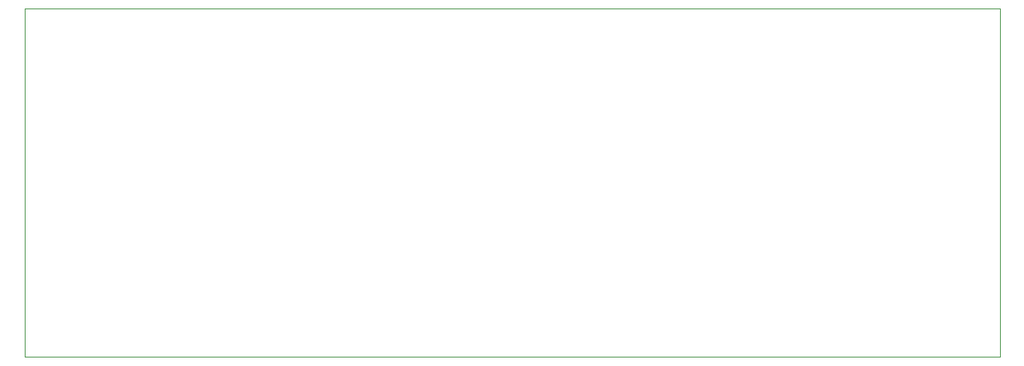
<source format=gbr>
%TF.GenerationSoftware,KiCad,Pcbnew,(5.1.9)-1*%
%TF.CreationDate,2021-04-12T23:16:35+02:00*%
%TF.ProjectId,v1_BMR480,76315f42-4d52-4343-9830-2e6b69636164,rev?*%
%TF.SameCoordinates,Original*%
%TF.FileFunction,Profile,NP*%
%FSLAX46Y46*%
G04 Gerber Fmt 4.6, Leading zero omitted, Abs format (unit mm)*
G04 Created by KiCad (PCBNEW (5.1.9)-1) date 2021-04-12 23:16:35*
%MOMM*%
%LPD*%
G01*
G04 APERTURE LIST*
%TA.AperFunction,Profile*%
%ADD10C,0.050000*%
%TD*%
G04 APERTURE END LIST*
D10*
X182880000Y-82550000D02*
X182880000Y-44450000D01*
X76200000Y-82550000D02*
X182880000Y-82550000D01*
X76200000Y-44450000D02*
X76200000Y-82550000D01*
X182880000Y-44450000D02*
X76200000Y-44450000D01*
M02*

</source>
